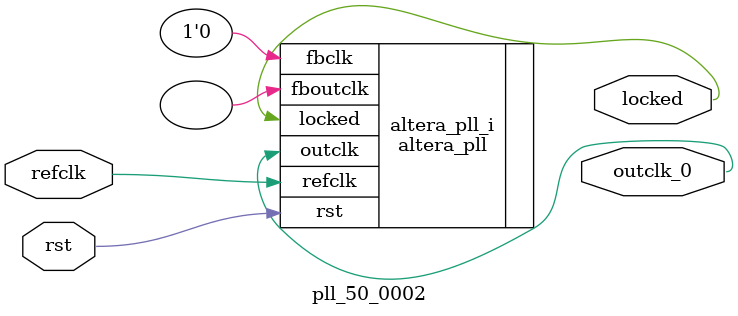
<source format=v>
`timescale 1ns/10ps
module  pll_50_0002(

	// interface 'refclk'
	input wire refclk,

	// interface 'reset'
	input wire rst,

	// interface 'outclk0'
	output wire outclk_0,

	// interface 'locked'
	output wire locked
);

	altera_pll #(
		.fractional_vco_multiplier("false"),
		.reference_clock_frequency("100.0 MHz"),
		.operation_mode("direct"),
		.number_of_clocks(1),
		.output_clock_frequency0("50.000000 MHz"),
		.phase_shift0("0 ps"),
		.duty_cycle0(50),
		.output_clock_frequency1("0 MHz"),
		.phase_shift1("0 ps"),
		.duty_cycle1(50),
		.output_clock_frequency2("0 MHz"),
		.phase_shift2("0 ps"),
		.duty_cycle2(50),
		.output_clock_frequency3("0 MHz"),
		.phase_shift3("0 ps"),
		.duty_cycle3(50),
		.output_clock_frequency4("0 MHz"),
		.phase_shift4("0 ps"),
		.duty_cycle4(50),
		.output_clock_frequency5("0 MHz"),
		.phase_shift5("0 ps"),
		.duty_cycle5(50),
		.output_clock_frequency6("0 MHz"),
		.phase_shift6("0 ps"),
		.duty_cycle6(50),
		.output_clock_frequency7("0 MHz"),
		.phase_shift7("0 ps"),
		.duty_cycle7(50),
		.output_clock_frequency8("0 MHz"),
		.phase_shift8("0 ps"),
		.duty_cycle8(50),
		.output_clock_frequency9("0 MHz"),
		.phase_shift9("0 ps"),
		.duty_cycle9(50),
		.output_clock_frequency10("0 MHz"),
		.phase_shift10("0 ps"),
		.duty_cycle10(50),
		.output_clock_frequency11("0 MHz"),
		.phase_shift11("0 ps"),
		.duty_cycle11(50),
		.output_clock_frequency12("0 MHz"),
		.phase_shift12("0 ps"),
		.duty_cycle12(50),
		.output_clock_frequency13("0 MHz"),
		.phase_shift13("0 ps"),
		.duty_cycle13(50),
		.output_clock_frequency14("0 MHz"),
		.phase_shift14("0 ps"),
		.duty_cycle14(50),
		.output_clock_frequency15("0 MHz"),
		.phase_shift15("0 ps"),
		.duty_cycle15(50),
		.output_clock_frequency16("0 MHz"),
		.phase_shift16("0 ps"),
		.duty_cycle16(50),
		.output_clock_frequency17("0 MHz"),
		.phase_shift17("0 ps"),
		.duty_cycle17(50),
		.pll_type("General"),
		.pll_subtype("General")
	) altera_pll_i (
		.rst	(rst),
		.outclk	({outclk_0}),
		.locked	(locked),
		.fboutclk	( ),
		.fbclk	(1'b0),
		.refclk	(refclk)
	);
endmodule


</source>
